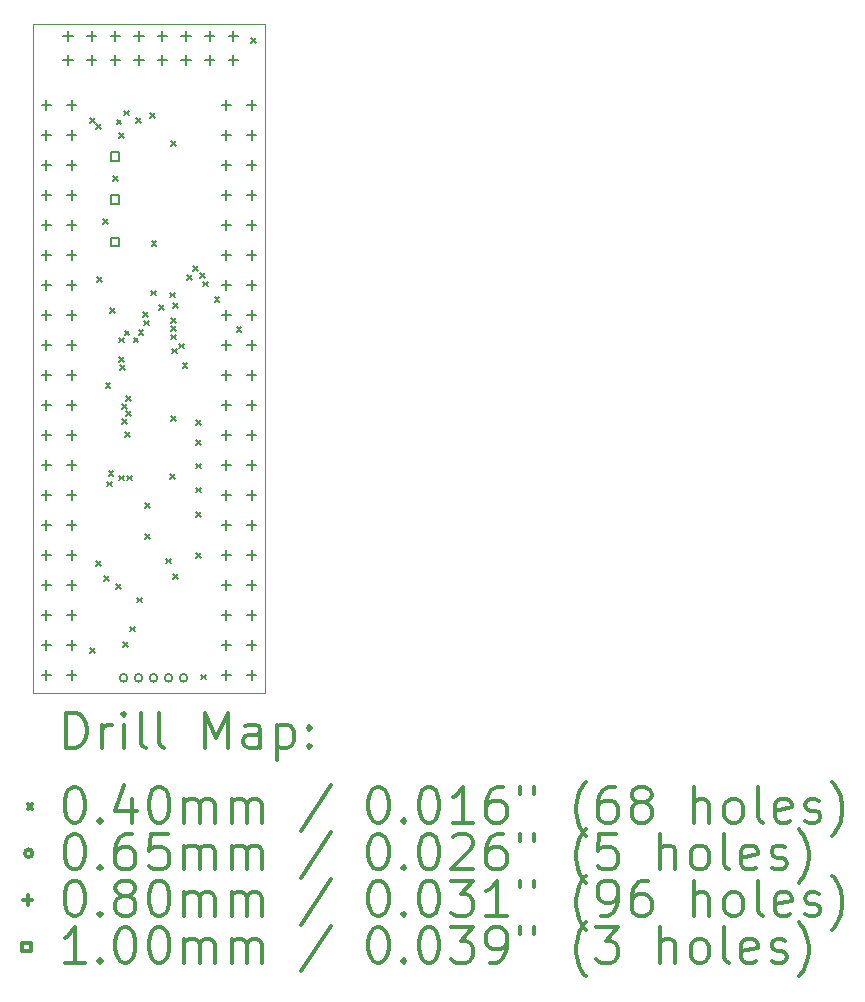
<source format=gbr>
%FSLAX45Y45*%
G04 Gerber Fmt 4.5, Leading zero omitted, Abs format (unit mm)*
G04 Created by KiCad (PCBNEW (5.1.9)-1) date 2021-06-10 15:01:48*
%MOMM*%
%LPD*%
G01*
G04 APERTURE LIST*
%TA.AperFunction,Profile*%
%ADD10C,0.050000*%
%TD*%
%ADD11C,0.200000*%
%ADD12C,0.300000*%
G04 APERTURE END LIST*
D10*
X9791700Y-4394200D02*
X9982200Y-4394200D01*
X9791700Y-10058400D02*
X9791700Y-4394200D01*
X11760200Y-4394200D02*
X9982200Y-4394200D01*
X11760200Y-10058400D02*
X11760200Y-4394200D01*
X11760200Y-10058400D02*
X9791700Y-10058400D01*
D11*
X10279700Y-5193350D02*
X10319700Y-5233350D01*
X10319700Y-5193350D02*
X10279700Y-5233350D01*
X10279700Y-9682800D02*
X10319700Y-9722800D01*
X10319700Y-9682800D02*
X10279700Y-9722800D01*
X10330500Y-5244150D02*
X10370500Y-5284150D01*
X10370500Y-5244150D02*
X10330500Y-5284150D01*
X10330500Y-8946200D02*
X10370500Y-8986200D01*
X10370500Y-8946200D02*
X10330500Y-8986200D01*
X10336850Y-6539550D02*
X10376850Y-6579550D01*
X10376850Y-6539550D02*
X10336850Y-6579550D01*
X10386380Y-6050600D02*
X10426380Y-6090600D01*
X10426380Y-6050600D02*
X10386380Y-6090600D01*
X10396204Y-9070996D02*
X10436204Y-9110996D01*
X10436204Y-9070996D02*
X10396204Y-9110996D01*
X10409875Y-7438075D02*
X10449875Y-7478075D01*
X10449875Y-7438075D02*
X10409875Y-7478075D01*
X10423210Y-8269290D02*
X10463210Y-8309290D01*
X10463210Y-8269290D02*
X10423210Y-8309290D01*
X10434640Y-8184200D02*
X10474640Y-8224200D01*
X10474640Y-8184200D02*
X10434640Y-8224200D01*
X10449880Y-6799900D02*
X10489880Y-6839900D01*
X10489880Y-6799900D02*
X10449880Y-6839900D01*
X10470200Y-5682300D02*
X10510200Y-5722300D01*
X10510200Y-5682300D02*
X10470200Y-5722300D01*
X10495600Y-9136700D02*
X10535600Y-9176700D01*
X10535600Y-9136700D02*
X10495600Y-9176700D01*
X10501950Y-5206050D02*
X10541950Y-5246050D01*
X10541950Y-5206050D02*
X10501950Y-5246050D01*
X10520950Y-5320400D02*
X10560950Y-5360400D01*
X10560950Y-5320400D02*
X10520950Y-5360400D01*
X10521000Y-7051360D02*
X10561000Y-7091360D01*
X10561000Y-7051360D02*
X10521000Y-7091360D01*
X10521000Y-8219760D02*
X10561000Y-8259760D01*
X10561000Y-8219760D02*
X10521000Y-8259760D01*
X10526080Y-7213920D02*
X10566080Y-7253920D01*
X10566080Y-7213920D02*
X10526080Y-7253920D01*
X10533700Y-7285040D02*
X10573700Y-7325040D01*
X10573700Y-7285040D02*
X10533700Y-7325040D01*
X10546400Y-7612700D02*
X10586400Y-7652700D01*
X10586400Y-7612700D02*
X10546400Y-7652700D01*
X10546400Y-7739700D02*
X10586400Y-7779700D01*
X10586400Y-7739700D02*
X10546400Y-7779700D01*
X10554020Y-9632000D02*
X10594020Y-9672000D01*
X10594020Y-9632000D02*
X10554020Y-9672000D01*
X10565450Y-5129850D02*
X10605450Y-5169850D01*
X10605450Y-5129850D02*
X10565450Y-5169850D01*
X10569260Y-6992940D02*
X10609260Y-7032940D01*
X10609260Y-6992940D02*
X10569260Y-7032940D01*
X10571800Y-7854000D02*
X10611800Y-7894000D01*
X10611800Y-7854000D02*
X10571800Y-7894000D01*
X10584500Y-7549200D02*
X10624500Y-7589200D01*
X10624500Y-7549200D02*
X10584500Y-7589200D01*
X10584500Y-7676200D02*
X10624500Y-7716200D01*
X10624500Y-7676200D02*
X10584500Y-7716200D01*
X10592120Y-8219760D02*
X10632120Y-8259760D01*
X10632120Y-8219760D02*
X10592120Y-8259760D01*
X10614980Y-9497380D02*
X10654980Y-9537380D01*
X10654980Y-9497380D02*
X10614980Y-9537380D01*
X10645460Y-7051360D02*
X10685460Y-7091360D01*
X10685460Y-7051360D02*
X10645460Y-7091360D01*
X10667050Y-5193350D02*
X10707050Y-5233350D01*
X10707050Y-5193350D02*
X10667050Y-5233350D01*
X10673820Y-9251420D02*
X10713820Y-9291420D01*
X10713820Y-9251420D02*
X10673820Y-9291420D01*
X10688640Y-6987860D02*
X10728640Y-7027860D01*
X10728640Y-6987860D02*
X10688640Y-7027860D01*
X10724200Y-6838000D02*
X10764200Y-6878000D01*
X10764200Y-6838000D02*
X10724200Y-6878000D01*
X10733620Y-6907320D02*
X10773620Y-6947320D01*
X10773620Y-6907320D02*
X10733620Y-6947320D01*
X10741980Y-8450900D02*
X10781980Y-8490900D01*
X10781980Y-8450900D02*
X10741980Y-8490900D01*
X10744520Y-8712520D02*
X10784520Y-8752520D01*
X10784520Y-8712520D02*
X10744520Y-8752520D01*
X10787700Y-5148900D02*
X10827700Y-5188900D01*
X10827700Y-5148900D02*
X10787700Y-5188900D01*
X10794050Y-6653850D02*
X10834050Y-6693850D01*
X10834050Y-6653850D02*
X10794050Y-6693850D01*
X10797860Y-6234750D02*
X10837860Y-6274750D01*
X10837860Y-6234750D02*
X10797860Y-6274750D01*
X10864451Y-6774500D02*
X10904451Y-6814500D01*
X10904451Y-6774500D02*
X10864451Y-6814500D01*
X10919780Y-8923340D02*
X10959780Y-8963340D01*
X10959780Y-8923340D02*
X10919780Y-8963340D01*
X10957880Y-6670360D02*
X10997880Y-6710360D01*
X10997880Y-6670360D02*
X10957880Y-6710360D01*
X10957880Y-8204520D02*
X10997880Y-8244520D01*
X10997880Y-8204520D02*
X10957880Y-8244520D01*
X10962960Y-6883720D02*
X11002960Y-6923720D01*
X11002960Y-6883720D02*
X10962960Y-6923720D01*
X10962960Y-6954840D02*
X11002960Y-6994840D01*
X11002960Y-6954840D02*
X10962960Y-6994840D01*
X10962960Y-7025960D02*
X11002960Y-7065960D01*
X11002960Y-7025960D02*
X10962960Y-7065960D01*
X10965500Y-5390200D02*
X11005500Y-5430200D01*
X11005500Y-5390200D02*
X10965500Y-5430200D01*
X10965500Y-7714300D02*
X11005500Y-7754300D01*
X11005500Y-7714300D02*
X10965500Y-7754300D01*
X10972349Y-7143571D02*
X11012349Y-7183571D01*
X11012349Y-7143571D02*
X10972349Y-7183571D01*
X10978200Y-9052880D02*
X11018200Y-9092880D01*
X11018200Y-9052880D02*
X10978200Y-9092880D01*
X10980740Y-6759260D02*
X11020740Y-6799260D01*
X11020740Y-6759260D02*
X10980740Y-6799260D01*
X11034080Y-7102160D02*
X11074080Y-7142160D01*
X11074080Y-7102160D02*
X11034080Y-7142160D01*
X11060750Y-7269800D02*
X11100750Y-7309800D01*
X11100750Y-7269800D02*
X11060750Y-7309800D01*
X11101390Y-6524310D02*
X11141390Y-6564310D01*
X11141390Y-6524310D02*
X11101390Y-6564310D01*
X11149650Y-6444300D02*
X11189650Y-6484300D01*
X11189650Y-6444300D02*
X11149650Y-6484300D01*
X11175050Y-7916230D02*
X11215050Y-7956230D01*
X11215050Y-7916230D02*
X11175050Y-7956230D01*
X11175050Y-8116890D02*
X11215050Y-8156890D01*
X11215050Y-8116890D02*
X11175050Y-8156890D01*
X11175050Y-8320090D02*
X11215050Y-8360090D01*
X11215050Y-8320090D02*
X11175050Y-8360090D01*
X11175050Y-8525830D02*
X11215050Y-8565830D01*
X11215050Y-8525830D02*
X11175050Y-8565830D01*
X11175050Y-8876350D02*
X11215050Y-8916350D01*
X11215050Y-8876350D02*
X11175050Y-8916350D01*
X11176320Y-7752400D02*
X11216320Y-7792400D01*
X11216320Y-7752400D02*
X11176320Y-7792400D01*
X11206800Y-6505260D02*
X11246800Y-6545260D01*
X11246800Y-6505260D02*
X11206800Y-6545260D01*
X11219500Y-9905050D02*
X11259500Y-9945050D01*
X11259500Y-9905050D02*
X11219500Y-9945050D01*
X11237280Y-6576380D02*
X11277280Y-6616380D01*
X11277280Y-6576380D02*
X11237280Y-6616380D01*
X11331260Y-6711000D02*
X11371260Y-6751000D01*
X11371260Y-6711000D02*
X11331260Y-6751000D01*
X11517950Y-6965000D02*
X11557950Y-7005000D01*
X11557950Y-6965000D02*
X11517950Y-7005000D01*
X11638600Y-4513900D02*
X11678600Y-4553900D01*
X11678600Y-4513900D02*
X11638600Y-4553900D01*
X10592550Y-9931400D02*
G75*
G03*
X10592550Y-9931400I-32500J0D01*
G01*
X10719550Y-9931400D02*
G75*
G03*
X10719550Y-9931400I-32500J0D01*
G01*
X10846550Y-9931400D02*
G75*
G03*
X10846550Y-9931400I-32500J0D01*
G01*
X10973550Y-9931400D02*
G75*
G03*
X10973550Y-9931400I-32500J0D01*
G01*
X11100550Y-9931400D02*
G75*
G03*
X11100550Y-9931400I-32500J0D01*
G01*
X9906000Y-5040000D02*
X9906000Y-5120000D01*
X9866000Y-5080000D02*
X9946000Y-5080000D01*
X9906000Y-5294000D02*
X9906000Y-5374000D01*
X9866000Y-5334000D02*
X9946000Y-5334000D01*
X9906000Y-5548000D02*
X9906000Y-5628000D01*
X9866000Y-5588000D02*
X9946000Y-5588000D01*
X9906000Y-5802000D02*
X9906000Y-5882000D01*
X9866000Y-5842000D02*
X9946000Y-5842000D01*
X9906000Y-6056000D02*
X9906000Y-6136000D01*
X9866000Y-6096000D02*
X9946000Y-6096000D01*
X9906000Y-6310000D02*
X9906000Y-6390000D01*
X9866000Y-6350000D02*
X9946000Y-6350000D01*
X9906000Y-6564000D02*
X9906000Y-6644000D01*
X9866000Y-6604000D02*
X9946000Y-6604000D01*
X9906000Y-6818000D02*
X9906000Y-6898000D01*
X9866000Y-6858000D02*
X9946000Y-6858000D01*
X9906000Y-7072000D02*
X9906000Y-7152000D01*
X9866000Y-7112000D02*
X9946000Y-7112000D01*
X9906000Y-7326000D02*
X9906000Y-7406000D01*
X9866000Y-7366000D02*
X9946000Y-7366000D01*
X9906000Y-7580000D02*
X9906000Y-7660000D01*
X9866000Y-7620000D02*
X9946000Y-7620000D01*
X9906000Y-7834000D02*
X9906000Y-7914000D01*
X9866000Y-7874000D02*
X9946000Y-7874000D01*
X9906000Y-8088000D02*
X9906000Y-8168000D01*
X9866000Y-8128000D02*
X9946000Y-8128000D01*
X9906000Y-8342000D02*
X9906000Y-8422000D01*
X9866000Y-8382000D02*
X9946000Y-8382000D01*
X9906000Y-8596000D02*
X9906000Y-8676000D01*
X9866000Y-8636000D02*
X9946000Y-8636000D01*
X9906000Y-8850000D02*
X9906000Y-8930000D01*
X9866000Y-8890000D02*
X9946000Y-8890000D01*
X9906000Y-9104000D02*
X9906000Y-9184000D01*
X9866000Y-9144000D02*
X9946000Y-9144000D01*
X9906000Y-9358000D02*
X9906000Y-9438000D01*
X9866000Y-9398000D02*
X9946000Y-9398000D01*
X9906000Y-9612000D02*
X9906000Y-9692000D01*
X9866000Y-9652000D02*
X9946000Y-9652000D01*
X9906000Y-9866000D02*
X9906000Y-9946000D01*
X9866000Y-9906000D02*
X9946000Y-9906000D01*
X10090150Y-4459000D02*
X10090150Y-4539000D01*
X10050150Y-4499000D02*
X10130150Y-4499000D01*
X10090150Y-4659000D02*
X10090150Y-4739000D01*
X10050150Y-4699000D02*
X10130150Y-4699000D01*
X10121900Y-5040000D02*
X10121900Y-5120000D01*
X10081900Y-5080000D02*
X10161900Y-5080000D01*
X10121900Y-5294000D02*
X10121900Y-5374000D01*
X10081900Y-5334000D02*
X10161900Y-5334000D01*
X10121900Y-5548000D02*
X10121900Y-5628000D01*
X10081900Y-5588000D02*
X10161900Y-5588000D01*
X10121900Y-5802000D02*
X10121900Y-5882000D01*
X10081900Y-5842000D02*
X10161900Y-5842000D01*
X10121900Y-6056000D02*
X10121900Y-6136000D01*
X10081900Y-6096000D02*
X10161900Y-6096000D01*
X10121900Y-6310000D02*
X10121900Y-6390000D01*
X10081900Y-6350000D02*
X10161900Y-6350000D01*
X10121900Y-6564000D02*
X10121900Y-6644000D01*
X10081900Y-6604000D02*
X10161900Y-6604000D01*
X10121900Y-6818000D02*
X10121900Y-6898000D01*
X10081900Y-6858000D02*
X10161900Y-6858000D01*
X10121900Y-7072000D02*
X10121900Y-7152000D01*
X10081900Y-7112000D02*
X10161900Y-7112000D01*
X10121900Y-7326000D02*
X10121900Y-7406000D01*
X10081900Y-7366000D02*
X10161900Y-7366000D01*
X10121900Y-7580000D02*
X10121900Y-7660000D01*
X10081900Y-7620000D02*
X10161900Y-7620000D01*
X10121900Y-7834000D02*
X10121900Y-7914000D01*
X10081900Y-7874000D02*
X10161900Y-7874000D01*
X10121900Y-8088000D02*
X10121900Y-8168000D01*
X10081900Y-8128000D02*
X10161900Y-8128000D01*
X10121900Y-8342000D02*
X10121900Y-8422000D01*
X10081900Y-8382000D02*
X10161900Y-8382000D01*
X10121900Y-8596000D02*
X10121900Y-8676000D01*
X10081900Y-8636000D02*
X10161900Y-8636000D01*
X10121900Y-8850000D02*
X10121900Y-8930000D01*
X10081900Y-8890000D02*
X10161900Y-8890000D01*
X10121900Y-9104000D02*
X10121900Y-9184000D01*
X10081900Y-9144000D02*
X10161900Y-9144000D01*
X10121900Y-9358000D02*
X10121900Y-9438000D01*
X10081900Y-9398000D02*
X10161900Y-9398000D01*
X10121900Y-9612000D02*
X10121900Y-9692000D01*
X10081900Y-9652000D02*
X10161900Y-9652000D01*
X10121900Y-9866000D02*
X10121900Y-9946000D01*
X10081900Y-9906000D02*
X10161900Y-9906000D01*
X10290150Y-4459000D02*
X10290150Y-4539000D01*
X10250150Y-4499000D02*
X10330150Y-4499000D01*
X10290150Y-4659000D02*
X10290150Y-4739000D01*
X10250150Y-4699000D02*
X10330150Y-4699000D01*
X10490150Y-4459000D02*
X10490150Y-4539000D01*
X10450150Y-4499000D02*
X10530150Y-4499000D01*
X10490150Y-4659000D02*
X10490150Y-4739000D01*
X10450150Y-4699000D02*
X10530150Y-4699000D01*
X10690150Y-4459000D02*
X10690150Y-4539000D01*
X10650150Y-4499000D02*
X10730150Y-4499000D01*
X10690150Y-4659000D02*
X10690150Y-4739000D01*
X10650150Y-4699000D02*
X10730150Y-4699000D01*
X10890150Y-4459000D02*
X10890150Y-4539000D01*
X10850150Y-4499000D02*
X10930150Y-4499000D01*
X10890150Y-4659000D02*
X10890150Y-4739000D01*
X10850150Y-4699000D02*
X10930150Y-4699000D01*
X11090150Y-4459000D02*
X11090150Y-4539000D01*
X11050150Y-4499000D02*
X11130150Y-4499000D01*
X11090150Y-4659000D02*
X11090150Y-4739000D01*
X11050150Y-4699000D02*
X11130150Y-4699000D01*
X11290150Y-4459000D02*
X11290150Y-4539000D01*
X11250150Y-4499000D02*
X11330150Y-4499000D01*
X11290150Y-4659000D02*
X11290150Y-4739000D01*
X11250150Y-4699000D02*
X11330150Y-4699000D01*
X11430000Y-5040000D02*
X11430000Y-5120000D01*
X11390000Y-5080000D02*
X11470000Y-5080000D01*
X11430000Y-5294000D02*
X11430000Y-5374000D01*
X11390000Y-5334000D02*
X11470000Y-5334000D01*
X11430000Y-5548000D02*
X11430000Y-5628000D01*
X11390000Y-5588000D02*
X11470000Y-5588000D01*
X11430000Y-5802000D02*
X11430000Y-5882000D01*
X11390000Y-5842000D02*
X11470000Y-5842000D01*
X11430000Y-6056000D02*
X11430000Y-6136000D01*
X11390000Y-6096000D02*
X11470000Y-6096000D01*
X11430000Y-6310000D02*
X11430000Y-6390000D01*
X11390000Y-6350000D02*
X11470000Y-6350000D01*
X11430000Y-6564000D02*
X11430000Y-6644000D01*
X11390000Y-6604000D02*
X11470000Y-6604000D01*
X11430000Y-6818000D02*
X11430000Y-6898000D01*
X11390000Y-6858000D02*
X11470000Y-6858000D01*
X11430000Y-7072000D02*
X11430000Y-7152000D01*
X11390000Y-7112000D02*
X11470000Y-7112000D01*
X11430000Y-7326000D02*
X11430000Y-7406000D01*
X11390000Y-7366000D02*
X11470000Y-7366000D01*
X11430000Y-7580000D02*
X11430000Y-7660000D01*
X11390000Y-7620000D02*
X11470000Y-7620000D01*
X11430000Y-7834000D02*
X11430000Y-7914000D01*
X11390000Y-7874000D02*
X11470000Y-7874000D01*
X11430000Y-8088000D02*
X11430000Y-8168000D01*
X11390000Y-8128000D02*
X11470000Y-8128000D01*
X11430000Y-8342000D02*
X11430000Y-8422000D01*
X11390000Y-8382000D02*
X11470000Y-8382000D01*
X11430000Y-8596000D02*
X11430000Y-8676000D01*
X11390000Y-8636000D02*
X11470000Y-8636000D01*
X11430000Y-8850000D02*
X11430000Y-8930000D01*
X11390000Y-8890000D02*
X11470000Y-8890000D01*
X11430000Y-9104000D02*
X11430000Y-9184000D01*
X11390000Y-9144000D02*
X11470000Y-9144000D01*
X11430000Y-9358000D02*
X11430000Y-9438000D01*
X11390000Y-9398000D02*
X11470000Y-9398000D01*
X11430000Y-9612000D02*
X11430000Y-9692000D01*
X11390000Y-9652000D02*
X11470000Y-9652000D01*
X11430000Y-9866000D02*
X11430000Y-9946000D01*
X11390000Y-9906000D02*
X11470000Y-9906000D01*
X11490150Y-4459000D02*
X11490150Y-4539000D01*
X11450150Y-4499000D02*
X11530150Y-4499000D01*
X11490150Y-4659000D02*
X11490150Y-4739000D01*
X11450150Y-4699000D02*
X11530150Y-4699000D01*
X11645900Y-5040000D02*
X11645900Y-5120000D01*
X11605900Y-5080000D02*
X11685900Y-5080000D01*
X11645900Y-5294000D02*
X11645900Y-5374000D01*
X11605900Y-5334000D02*
X11685900Y-5334000D01*
X11645900Y-5548000D02*
X11645900Y-5628000D01*
X11605900Y-5588000D02*
X11685900Y-5588000D01*
X11645900Y-5802000D02*
X11645900Y-5882000D01*
X11605900Y-5842000D02*
X11685900Y-5842000D01*
X11645900Y-6056000D02*
X11645900Y-6136000D01*
X11605900Y-6096000D02*
X11685900Y-6096000D01*
X11645900Y-6310000D02*
X11645900Y-6390000D01*
X11605900Y-6350000D02*
X11685900Y-6350000D01*
X11645900Y-6564000D02*
X11645900Y-6644000D01*
X11605900Y-6604000D02*
X11685900Y-6604000D01*
X11645900Y-6818000D02*
X11645900Y-6898000D01*
X11605900Y-6858000D02*
X11685900Y-6858000D01*
X11645900Y-7072000D02*
X11645900Y-7152000D01*
X11605900Y-7112000D02*
X11685900Y-7112000D01*
X11645900Y-7326000D02*
X11645900Y-7406000D01*
X11605900Y-7366000D02*
X11685900Y-7366000D01*
X11645900Y-7580000D02*
X11645900Y-7660000D01*
X11605900Y-7620000D02*
X11685900Y-7620000D01*
X11645900Y-7834000D02*
X11645900Y-7914000D01*
X11605900Y-7874000D02*
X11685900Y-7874000D01*
X11645900Y-8088000D02*
X11645900Y-8168000D01*
X11605900Y-8128000D02*
X11685900Y-8128000D01*
X11645900Y-8342000D02*
X11645900Y-8422000D01*
X11605900Y-8382000D02*
X11685900Y-8382000D01*
X11645900Y-8596000D02*
X11645900Y-8676000D01*
X11605900Y-8636000D02*
X11685900Y-8636000D01*
X11645900Y-8850000D02*
X11645900Y-8930000D01*
X11605900Y-8890000D02*
X11685900Y-8890000D01*
X11645900Y-9104000D02*
X11645900Y-9184000D01*
X11605900Y-9144000D02*
X11685900Y-9144000D01*
X11645900Y-9358000D02*
X11645900Y-9438000D01*
X11605900Y-9398000D02*
X11685900Y-9398000D01*
X11645900Y-9612000D02*
X11645900Y-9692000D01*
X11605900Y-9652000D02*
X11685900Y-9652000D01*
X11645900Y-9866000D02*
X11645900Y-9946000D01*
X11605900Y-9906000D02*
X11685900Y-9906000D01*
X10525556Y-5553506D02*
X10525556Y-5482794D01*
X10454844Y-5482794D01*
X10454844Y-5553506D01*
X10525556Y-5553506D01*
X10525556Y-5915456D02*
X10525556Y-5844744D01*
X10454844Y-5844744D01*
X10454844Y-5915456D01*
X10525556Y-5915456D01*
X10525556Y-6277406D02*
X10525556Y-6206694D01*
X10454844Y-6206694D01*
X10454844Y-6277406D01*
X10525556Y-6277406D01*
D12*
X10075628Y-10526614D02*
X10075628Y-10226614D01*
X10147057Y-10226614D01*
X10189914Y-10240900D01*
X10218486Y-10269472D01*
X10232771Y-10298043D01*
X10247057Y-10355186D01*
X10247057Y-10398043D01*
X10232771Y-10455186D01*
X10218486Y-10483757D01*
X10189914Y-10512329D01*
X10147057Y-10526614D01*
X10075628Y-10526614D01*
X10375628Y-10526614D02*
X10375628Y-10326614D01*
X10375628Y-10383757D02*
X10389914Y-10355186D01*
X10404200Y-10340900D01*
X10432771Y-10326614D01*
X10461343Y-10326614D01*
X10561343Y-10526614D02*
X10561343Y-10326614D01*
X10561343Y-10226614D02*
X10547057Y-10240900D01*
X10561343Y-10255186D01*
X10575628Y-10240900D01*
X10561343Y-10226614D01*
X10561343Y-10255186D01*
X10747057Y-10526614D02*
X10718486Y-10512329D01*
X10704200Y-10483757D01*
X10704200Y-10226614D01*
X10904200Y-10526614D02*
X10875628Y-10512329D01*
X10861343Y-10483757D01*
X10861343Y-10226614D01*
X11247057Y-10526614D02*
X11247057Y-10226614D01*
X11347057Y-10440900D01*
X11447057Y-10226614D01*
X11447057Y-10526614D01*
X11718486Y-10526614D02*
X11718486Y-10369472D01*
X11704200Y-10340900D01*
X11675628Y-10326614D01*
X11618486Y-10326614D01*
X11589914Y-10340900D01*
X11718486Y-10512329D02*
X11689914Y-10526614D01*
X11618486Y-10526614D01*
X11589914Y-10512329D01*
X11575628Y-10483757D01*
X11575628Y-10455186D01*
X11589914Y-10426614D01*
X11618486Y-10412329D01*
X11689914Y-10412329D01*
X11718486Y-10398043D01*
X11861343Y-10326614D02*
X11861343Y-10626614D01*
X11861343Y-10340900D02*
X11889914Y-10326614D01*
X11947057Y-10326614D01*
X11975628Y-10340900D01*
X11989914Y-10355186D01*
X12004200Y-10383757D01*
X12004200Y-10469472D01*
X11989914Y-10498043D01*
X11975628Y-10512329D01*
X11947057Y-10526614D01*
X11889914Y-10526614D01*
X11861343Y-10512329D01*
X12132771Y-10498043D02*
X12147057Y-10512329D01*
X12132771Y-10526614D01*
X12118486Y-10512329D01*
X12132771Y-10498043D01*
X12132771Y-10526614D01*
X12132771Y-10340900D02*
X12147057Y-10355186D01*
X12132771Y-10369472D01*
X12118486Y-10355186D01*
X12132771Y-10340900D01*
X12132771Y-10369472D01*
X9749200Y-11000900D02*
X9789200Y-11040900D01*
X9789200Y-11000900D02*
X9749200Y-11040900D01*
X10132771Y-10856614D02*
X10161343Y-10856614D01*
X10189914Y-10870900D01*
X10204200Y-10885186D01*
X10218486Y-10913757D01*
X10232771Y-10970900D01*
X10232771Y-11042329D01*
X10218486Y-11099472D01*
X10204200Y-11128043D01*
X10189914Y-11142329D01*
X10161343Y-11156614D01*
X10132771Y-11156614D01*
X10104200Y-11142329D01*
X10089914Y-11128043D01*
X10075628Y-11099472D01*
X10061343Y-11042329D01*
X10061343Y-10970900D01*
X10075628Y-10913757D01*
X10089914Y-10885186D01*
X10104200Y-10870900D01*
X10132771Y-10856614D01*
X10361343Y-11128043D02*
X10375628Y-11142329D01*
X10361343Y-11156614D01*
X10347057Y-11142329D01*
X10361343Y-11128043D01*
X10361343Y-11156614D01*
X10632771Y-10956614D02*
X10632771Y-11156614D01*
X10561343Y-10842329D02*
X10489914Y-11056614D01*
X10675628Y-11056614D01*
X10847057Y-10856614D02*
X10875628Y-10856614D01*
X10904200Y-10870900D01*
X10918486Y-10885186D01*
X10932771Y-10913757D01*
X10947057Y-10970900D01*
X10947057Y-11042329D01*
X10932771Y-11099472D01*
X10918486Y-11128043D01*
X10904200Y-11142329D01*
X10875628Y-11156614D01*
X10847057Y-11156614D01*
X10818486Y-11142329D01*
X10804200Y-11128043D01*
X10789914Y-11099472D01*
X10775628Y-11042329D01*
X10775628Y-10970900D01*
X10789914Y-10913757D01*
X10804200Y-10885186D01*
X10818486Y-10870900D01*
X10847057Y-10856614D01*
X11075628Y-11156614D02*
X11075628Y-10956614D01*
X11075628Y-10985186D02*
X11089914Y-10970900D01*
X11118486Y-10956614D01*
X11161343Y-10956614D01*
X11189914Y-10970900D01*
X11204200Y-10999472D01*
X11204200Y-11156614D01*
X11204200Y-10999472D02*
X11218486Y-10970900D01*
X11247057Y-10956614D01*
X11289914Y-10956614D01*
X11318486Y-10970900D01*
X11332771Y-10999472D01*
X11332771Y-11156614D01*
X11475628Y-11156614D02*
X11475628Y-10956614D01*
X11475628Y-10985186D02*
X11489914Y-10970900D01*
X11518486Y-10956614D01*
X11561343Y-10956614D01*
X11589914Y-10970900D01*
X11604200Y-10999472D01*
X11604200Y-11156614D01*
X11604200Y-10999472D02*
X11618486Y-10970900D01*
X11647057Y-10956614D01*
X11689914Y-10956614D01*
X11718486Y-10970900D01*
X11732771Y-10999472D01*
X11732771Y-11156614D01*
X12318486Y-10842329D02*
X12061343Y-11228043D01*
X12704200Y-10856614D02*
X12732771Y-10856614D01*
X12761343Y-10870900D01*
X12775628Y-10885186D01*
X12789914Y-10913757D01*
X12804200Y-10970900D01*
X12804200Y-11042329D01*
X12789914Y-11099472D01*
X12775628Y-11128043D01*
X12761343Y-11142329D01*
X12732771Y-11156614D01*
X12704200Y-11156614D01*
X12675628Y-11142329D01*
X12661343Y-11128043D01*
X12647057Y-11099472D01*
X12632771Y-11042329D01*
X12632771Y-10970900D01*
X12647057Y-10913757D01*
X12661343Y-10885186D01*
X12675628Y-10870900D01*
X12704200Y-10856614D01*
X12932771Y-11128043D02*
X12947057Y-11142329D01*
X12932771Y-11156614D01*
X12918486Y-11142329D01*
X12932771Y-11128043D01*
X12932771Y-11156614D01*
X13132771Y-10856614D02*
X13161343Y-10856614D01*
X13189914Y-10870900D01*
X13204200Y-10885186D01*
X13218486Y-10913757D01*
X13232771Y-10970900D01*
X13232771Y-11042329D01*
X13218486Y-11099472D01*
X13204200Y-11128043D01*
X13189914Y-11142329D01*
X13161343Y-11156614D01*
X13132771Y-11156614D01*
X13104200Y-11142329D01*
X13089914Y-11128043D01*
X13075628Y-11099472D01*
X13061343Y-11042329D01*
X13061343Y-10970900D01*
X13075628Y-10913757D01*
X13089914Y-10885186D01*
X13104200Y-10870900D01*
X13132771Y-10856614D01*
X13518486Y-11156614D02*
X13347057Y-11156614D01*
X13432771Y-11156614D02*
X13432771Y-10856614D01*
X13404200Y-10899472D01*
X13375628Y-10928043D01*
X13347057Y-10942329D01*
X13775628Y-10856614D02*
X13718486Y-10856614D01*
X13689914Y-10870900D01*
X13675628Y-10885186D01*
X13647057Y-10928043D01*
X13632771Y-10985186D01*
X13632771Y-11099472D01*
X13647057Y-11128043D01*
X13661343Y-11142329D01*
X13689914Y-11156614D01*
X13747057Y-11156614D01*
X13775628Y-11142329D01*
X13789914Y-11128043D01*
X13804200Y-11099472D01*
X13804200Y-11028043D01*
X13789914Y-10999472D01*
X13775628Y-10985186D01*
X13747057Y-10970900D01*
X13689914Y-10970900D01*
X13661343Y-10985186D01*
X13647057Y-10999472D01*
X13632771Y-11028043D01*
X13918486Y-10856614D02*
X13918486Y-10913757D01*
X14032771Y-10856614D02*
X14032771Y-10913757D01*
X14475628Y-11270900D02*
X14461343Y-11256614D01*
X14432771Y-11213757D01*
X14418486Y-11185186D01*
X14404200Y-11142329D01*
X14389914Y-11070900D01*
X14389914Y-11013757D01*
X14404200Y-10942329D01*
X14418486Y-10899472D01*
X14432771Y-10870900D01*
X14461343Y-10828043D01*
X14475628Y-10813757D01*
X14718486Y-10856614D02*
X14661343Y-10856614D01*
X14632771Y-10870900D01*
X14618486Y-10885186D01*
X14589914Y-10928043D01*
X14575628Y-10985186D01*
X14575628Y-11099472D01*
X14589914Y-11128043D01*
X14604200Y-11142329D01*
X14632771Y-11156614D01*
X14689914Y-11156614D01*
X14718486Y-11142329D01*
X14732771Y-11128043D01*
X14747057Y-11099472D01*
X14747057Y-11028043D01*
X14732771Y-10999472D01*
X14718486Y-10985186D01*
X14689914Y-10970900D01*
X14632771Y-10970900D01*
X14604200Y-10985186D01*
X14589914Y-10999472D01*
X14575628Y-11028043D01*
X14918486Y-10985186D02*
X14889914Y-10970900D01*
X14875628Y-10956614D01*
X14861343Y-10928043D01*
X14861343Y-10913757D01*
X14875628Y-10885186D01*
X14889914Y-10870900D01*
X14918486Y-10856614D01*
X14975628Y-10856614D01*
X15004200Y-10870900D01*
X15018486Y-10885186D01*
X15032771Y-10913757D01*
X15032771Y-10928043D01*
X15018486Y-10956614D01*
X15004200Y-10970900D01*
X14975628Y-10985186D01*
X14918486Y-10985186D01*
X14889914Y-10999472D01*
X14875628Y-11013757D01*
X14861343Y-11042329D01*
X14861343Y-11099472D01*
X14875628Y-11128043D01*
X14889914Y-11142329D01*
X14918486Y-11156614D01*
X14975628Y-11156614D01*
X15004200Y-11142329D01*
X15018486Y-11128043D01*
X15032771Y-11099472D01*
X15032771Y-11042329D01*
X15018486Y-11013757D01*
X15004200Y-10999472D01*
X14975628Y-10985186D01*
X15389914Y-11156614D02*
X15389914Y-10856614D01*
X15518486Y-11156614D02*
X15518486Y-10999472D01*
X15504200Y-10970900D01*
X15475628Y-10956614D01*
X15432771Y-10956614D01*
X15404200Y-10970900D01*
X15389914Y-10985186D01*
X15704200Y-11156614D02*
X15675628Y-11142329D01*
X15661343Y-11128043D01*
X15647057Y-11099472D01*
X15647057Y-11013757D01*
X15661343Y-10985186D01*
X15675628Y-10970900D01*
X15704200Y-10956614D01*
X15747057Y-10956614D01*
X15775628Y-10970900D01*
X15789914Y-10985186D01*
X15804200Y-11013757D01*
X15804200Y-11099472D01*
X15789914Y-11128043D01*
X15775628Y-11142329D01*
X15747057Y-11156614D01*
X15704200Y-11156614D01*
X15975628Y-11156614D02*
X15947057Y-11142329D01*
X15932771Y-11113757D01*
X15932771Y-10856614D01*
X16204200Y-11142329D02*
X16175628Y-11156614D01*
X16118486Y-11156614D01*
X16089914Y-11142329D01*
X16075628Y-11113757D01*
X16075628Y-10999472D01*
X16089914Y-10970900D01*
X16118486Y-10956614D01*
X16175628Y-10956614D01*
X16204200Y-10970900D01*
X16218486Y-10999472D01*
X16218486Y-11028043D01*
X16075628Y-11056614D01*
X16332771Y-11142329D02*
X16361343Y-11156614D01*
X16418486Y-11156614D01*
X16447057Y-11142329D01*
X16461343Y-11113757D01*
X16461343Y-11099472D01*
X16447057Y-11070900D01*
X16418486Y-11056614D01*
X16375628Y-11056614D01*
X16347057Y-11042329D01*
X16332771Y-11013757D01*
X16332771Y-10999472D01*
X16347057Y-10970900D01*
X16375628Y-10956614D01*
X16418486Y-10956614D01*
X16447057Y-10970900D01*
X16561343Y-11270900D02*
X16575628Y-11256614D01*
X16604200Y-11213757D01*
X16618486Y-11185186D01*
X16632771Y-11142329D01*
X16647057Y-11070900D01*
X16647057Y-11013757D01*
X16632771Y-10942329D01*
X16618486Y-10899472D01*
X16604200Y-10870900D01*
X16575628Y-10828043D01*
X16561343Y-10813757D01*
X9789200Y-11416900D02*
G75*
G03*
X9789200Y-11416900I-32500J0D01*
G01*
X10132771Y-11252614D02*
X10161343Y-11252614D01*
X10189914Y-11266900D01*
X10204200Y-11281186D01*
X10218486Y-11309757D01*
X10232771Y-11366900D01*
X10232771Y-11438329D01*
X10218486Y-11495471D01*
X10204200Y-11524043D01*
X10189914Y-11538329D01*
X10161343Y-11552614D01*
X10132771Y-11552614D01*
X10104200Y-11538329D01*
X10089914Y-11524043D01*
X10075628Y-11495471D01*
X10061343Y-11438329D01*
X10061343Y-11366900D01*
X10075628Y-11309757D01*
X10089914Y-11281186D01*
X10104200Y-11266900D01*
X10132771Y-11252614D01*
X10361343Y-11524043D02*
X10375628Y-11538329D01*
X10361343Y-11552614D01*
X10347057Y-11538329D01*
X10361343Y-11524043D01*
X10361343Y-11552614D01*
X10632771Y-11252614D02*
X10575628Y-11252614D01*
X10547057Y-11266900D01*
X10532771Y-11281186D01*
X10504200Y-11324043D01*
X10489914Y-11381186D01*
X10489914Y-11495471D01*
X10504200Y-11524043D01*
X10518486Y-11538329D01*
X10547057Y-11552614D01*
X10604200Y-11552614D01*
X10632771Y-11538329D01*
X10647057Y-11524043D01*
X10661343Y-11495471D01*
X10661343Y-11424043D01*
X10647057Y-11395471D01*
X10632771Y-11381186D01*
X10604200Y-11366900D01*
X10547057Y-11366900D01*
X10518486Y-11381186D01*
X10504200Y-11395471D01*
X10489914Y-11424043D01*
X10932771Y-11252614D02*
X10789914Y-11252614D01*
X10775628Y-11395471D01*
X10789914Y-11381186D01*
X10818486Y-11366900D01*
X10889914Y-11366900D01*
X10918486Y-11381186D01*
X10932771Y-11395471D01*
X10947057Y-11424043D01*
X10947057Y-11495471D01*
X10932771Y-11524043D01*
X10918486Y-11538329D01*
X10889914Y-11552614D01*
X10818486Y-11552614D01*
X10789914Y-11538329D01*
X10775628Y-11524043D01*
X11075628Y-11552614D02*
X11075628Y-11352614D01*
X11075628Y-11381186D02*
X11089914Y-11366900D01*
X11118486Y-11352614D01*
X11161343Y-11352614D01*
X11189914Y-11366900D01*
X11204200Y-11395471D01*
X11204200Y-11552614D01*
X11204200Y-11395471D02*
X11218486Y-11366900D01*
X11247057Y-11352614D01*
X11289914Y-11352614D01*
X11318486Y-11366900D01*
X11332771Y-11395471D01*
X11332771Y-11552614D01*
X11475628Y-11552614D02*
X11475628Y-11352614D01*
X11475628Y-11381186D02*
X11489914Y-11366900D01*
X11518486Y-11352614D01*
X11561343Y-11352614D01*
X11589914Y-11366900D01*
X11604200Y-11395471D01*
X11604200Y-11552614D01*
X11604200Y-11395471D02*
X11618486Y-11366900D01*
X11647057Y-11352614D01*
X11689914Y-11352614D01*
X11718486Y-11366900D01*
X11732771Y-11395471D01*
X11732771Y-11552614D01*
X12318486Y-11238329D02*
X12061343Y-11624043D01*
X12704200Y-11252614D02*
X12732771Y-11252614D01*
X12761343Y-11266900D01*
X12775628Y-11281186D01*
X12789914Y-11309757D01*
X12804200Y-11366900D01*
X12804200Y-11438329D01*
X12789914Y-11495471D01*
X12775628Y-11524043D01*
X12761343Y-11538329D01*
X12732771Y-11552614D01*
X12704200Y-11552614D01*
X12675628Y-11538329D01*
X12661343Y-11524043D01*
X12647057Y-11495471D01*
X12632771Y-11438329D01*
X12632771Y-11366900D01*
X12647057Y-11309757D01*
X12661343Y-11281186D01*
X12675628Y-11266900D01*
X12704200Y-11252614D01*
X12932771Y-11524043D02*
X12947057Y-11538329D01*
X12932771Y-11552614D01*
X12918486Y-11538329D01*
X12932771Y-11524043D01*
X12932771Y-11552614D01*
X13132771Y-11252614D02*
X13161343Y-11252614D01*
X13189914Y-11266900D01*
X13204200Y-11281186D01*
X13218486Y-11309757D01*
X13232771Y-11366900D01*
X13232771Y-11438329D01*
X13218486Y-11495471D01*
X13204200Y-11524043D01*
X13189914Y-11538329D01*
X13161343Y-11552614D01*
X13132771Y-11552614D01*
X13104200Y-11538329D01*
X13089914Y-11524043D01*
X13075628Y-11495471D01*
X13061343Y-11438329D01*
X13061343Y-11366900D01*
X13075628Y-11309757D01*
X13089914Y-11281186D01*
X13104200Y-11266900D01*
X13132771Y-11252614D01*
X13347057Y-11281186D02*
X13361343Y-11266900D01*
X13389914Y-11252614D01*
X13461343Y-11252614D01*
X13489914Y-11266900D01*
X13504200Y-11281186D01*
X13518486Y-11309757D01*
X13518486Y-11338329D01*
X13504200Y-11381186D01*
X13332771Y-11552614D01*
X13518486Y-11552614D01*
X13775628Y-11252614D02*
X13718486Y-11252614D01*
X13689914Y-11266900D01*
X13675628Y-11281186D01*
X13647057Y-11324043D01*
X13632771Y-11381186D01*
X13632771Y-11495471D01*
X13647057Y-11524043D01*
X13661343Y-11538329D01*
X13689914Y-11552614D01*
X13747057Y-11552614D01*
X13775628Y-11538329D01*
X13789914Y-11524043D01*
X13804200Y-11495471D01*
X13804200Y-11424043D01*
X13789914Y-11395471D01*
X13775628Y-11381186D01*
X13747057Y-11366900D01*
X13689914Y-11366900D01*
X13661343Y-11381186D01*
X13647057Y-11395471D01*
X13632771Y-11424043D01*
X13918486Y-11252614D02*
X13918486Y-11309757D01*
X14032771Y-11252614D02*
X14032771Y-11309757D01*
X14475628Y-11666900D02*
X14461343Y-11652614D01*
X14432771Y-11609757D01*
X14418486Y-11581186D01*
X14404200Y-11538329D01*
X14389914Y-11466900D01*
X14389914Y-11409757D01*
X14404200Y-11338329D01*
X14418486Y-11295471D01*
X14432771Y-11266900D01*
X14461343Y-11224043D01*
X14475628Y-11209757D01*
X14732771Y-11252614D02*
X14589914Y-11252614D01*
X14575628Y-11395471D01*
X14589914Y-11381186D01*
X14618486Y-11366900D01*
X14689914Y-11366900D01*
X14718486Y-11381186D01*
X14732771Y-11395471D01*
X14747057Y-11424043D01*
X14747057Y-11495471D01*
X14732771Y-11524043D01*
X14718486Y-11538329D01*
X14689914Y-11552614D01*
X14618486Y-11552614D01*
X14589914Y-11538329D01*
X14575628Y-11524043D01*
X15104200Y-11552614D02*
X15104200Y-11252614D01*
X15232771Y-11552614D02*
X15232771Y-11395471D01*
X15218486Y-11366900D01*
X15189914Y-11352614D01*
X15147057Y-11352614D01*
X15118486Y-11366900D01*
X15104200Y-11381186D01*
X15418486Y-11552614D02*
X15389914Y-11538329D01*
X15375628Y-11524043D01*
X15361343Y-11495471D01*
X15361343Y-11409757D01*
X15375628Y-11381186D01*
X15389914Y-11366900D01*
X15418486Y-11352614D01*
X15461343Y-11352614D01*
X15489914Y-11366900D01*
X15504200Y-11381186D01*
X15518486Y-11409757D01*
X15518486Y-11495471D01*
X15504200Y-11524043D01*
X15489914Y-11538329D01*
X15461343Y-11552614D01*
X15418486Y-11552614D01*
X15689914Y-11552614D02*
X15661343Y-11538329D01*
X15647057Y-11509757D01*
X15647057Y-11252614D01*
X15918486Y-11538329D02*
X15889914Y-11552614D01*
X15832771Y-11552614D01*
X15804200Y-11538329D01*
X15789914Y-11509757D01*
X15789914Y-11395471D01*
X15804200Y-11366900D01*
X15832771Y-11352614D01*
X15889914Y-11352614D01*
X15918486Y-11366900D01*
X15932771Y-11395471D01*
X15932771Y-11424043D01*
X15789914Y-11452614D01*
X16047057Y-11538329D02*
X16075628Y-11552614D01*
X16132771Y-11552614D01*
X16161343Y-11538329D01*
X16175628Y-11509757D01*
X16175628Y-11495471D01*
X16161343Y-11466900D01*
X16132771Y-11452614D01*
X16089914Y-11452614D01*
X16061343Y-11438329D01*
X16047057Y-11409757D01*
X16047057Y-11395471D01*
X16061343Y-11366900D01*
X16089914Y-11352614D01*
X16132771Y-11352614D01*
X16161343Y-11366900D01*
X16275628Y-11666900D02*
X16289914Y-11652614D01*
X16318486Y-11609757D01*
X16332771Y-11581186D01*
X16347057Y-11538329D01*
X16361343Y-11466900D01*
X16361343Y-11409757D01*
X16347057Y-11338329D01*
X16332771Y-11295471D01*
X16318486Y-11266900D01*
X16289914Y-11224043D01*
X16275628Y-11209757D01*
X9749200Y-11772900D02*
X9749200Y-11852900D01*
X9709200Y-11812900D02*
X9789200Y-11812900D01*
X10132771Y-11648614D02*
X10161343Y-11648614D01*
X10189914Y-11662900D01*
X10204200Y-11677186D01*
X10218486Y-11705757D01*
X10232771Y-11762900D01*
X10232771Y-11834329D01*
X10218486Y-11891471D01*
X10204200Y-11920043D01*
X10189914Y-11934329D01*
X10161343Y-11948614D01*
X10132771Y-11948614D01*
X10104200Y-11934329D01*
X10089914Y-11920043D01*
X10075628Y-11891471D01*
X10061343Y-11834329D01*
X10061343Y-11762900D01*
X10075628Y-11705757D01*
X10089914Y-11677186D01*
X10104200Y-11662900D01*
X10132771Y-11648614D01*
X10361343Y-11920043D02*
X10375628Y-11934329D01*
X10361343Y-11948614D01*
X10347057Y-11934329D01*
X10361343Y-11920043D01*
X10361343Y-11948614D01*
X10547057Y-11777186D02*
X10518486Y-11762900D01*
X10504200Y-11748614D01*
X10489914Y-11720043D01*
X10489914Y-11705757D01*
X10504200Y-11677186D01*
X10518486Y-11662900D01*
X10547057Y-11648614D01*
X10604200Y-11648614D01*
X10632771Y-11662900D01*
X10647057Y-11677186D01*
X10661343Y-11705757D01*
X10661343Y-11720043D01*
X10647057Y-11748614D01*
X10632771Y-11762900D01*
X10604200Y-11777186D01*
X10547057Y-11777186D01*
X10518486Y-11791471D01*
X10504200Y-11805757D01*
X10489914Y-11834329D01*
X10489914Y-11891471D01*
X10504200Y-11920043D01*
X10518486Y-11934329D01*
X10547057Y-11948614D01*
X10604200Y-11948614D01*
X10632771Y-11934329D01*
X10647057Y-11920043D01*
X10661343Y-11891471D01*
X10661343Y-11834329D01*
X10647057Y-11805757D01*
X10632771Y-11791471D01*
X10604200Y-11777186D01*
X10847057Y-11648614D02*
X10875628Y-11648614D01*
X10904200Y-11662900D01*
X10918486Y-11677186D01*
X10932771Y-11705757D01*
X10947057Y-11762900D01*
X10947057Y-11834329D01*
X10932771Y-11891471D01*
X10918486Y-11920043D01*
X10904200Y-11934329D01*
X10875628Y-11948614D01*
X10847057Y-11948614D01*
X10818486Y-11934329D01*
X10804200Y-11920043D01*
X10789914Y-11891471D01*
X10775628Y-11834329D01*
X10775628Y-11762900D01*
X10789914Y-11705757D01*
X10804200Y-11677186D01*
X10818486Y-11662900D01*
X10847057Y-11648614D01*
X11075628Y-11948614D02*
X11075628Y-11748614D01*
X11075628Y-11777186D02*
X11089914Y-11762900D01*
X11118486Y-11748614D01*
X11161343Y-11748614D01*
X11189914Y-11762900D01*
X11204200Y-11791471D01*
X11204200Y-11948614D01*
X11204200Y-11791471D02*
X11218486Y-11762900D01*
X11247057Y-11748614D01*
X11289914Y-11748614D01*
X11318486Y-11762900D01*
X11332771Y-11791471D01*
X11332771Y-11948614D01*
X11475628Y-11948614D02*
X11475628Y-11748614D01*
X11475628Y-11777186D02*
X11489914Y-11762900D01*
X11518486Y-11748614D01*
X11561343Y-11748614D01*
X11589914Y-11762900D01*
X11604200Y-11791471D01*
X11604200Y-11948614D01*
X11604200Y-11791471D02*
X11618486Y-11762900D01*
X11647057Y-11748614D01*
X11689914Y-11748614D01*
X11718486Y-11762900D01*
X11732771Y-11791471D01*
X11732771Y-11948614D01*
X12318486Y-11634329D02*
X12061343Y-12020043D01*
X12704200Y-11648614D02*
X12732771Y-11648614D01*
X12761343Y-11662900D01*
X12775628Y-11677186D01*
X12789914Y-11705757D01*
X12804200Y-11762900D01*
X12804200Y-11834329D01*
X12789914Y-11891471D01*
X12775628Y-11920043D01*
X12761343Y-11934329D01*
X12732771Y-11948614D01*
X12704200Y-11948614D01*
X12675628Y-11934329D01*
X12661343Y-11920043D01*
X12647057Y-11891471D01*
X12632771Y-11834329D01*
X12632771Y-11762900D01*
X12647057Y-11705757D01*
X12661343Y-11677186D01*
X12675628Y-11662900D01*
X12704200Y-11648614D01*
X12932771Y-11920043D02*
X12947057Y-11934329D01*
X12932771Y-11948614D01*
X12918486Y-11934329D01*
X12932771Y-11920043D01*
X12932771Y-11948614D01*
X13132771Y-11648614D02*
X13161343Y-11648614D01*
X13189914Y-11662900D01*
X13204200Y-11677186D01*
X13218486Y-11705757D01*
X13232771Y-11762900D01*
X13232771Y-11834329D01*
X13218486Y-11891471D01*
X13204200Y-11920043D01*
X13189914Y-11934329D01*
X13161343Y-11948614D01*
X13132771Y-11948614D01*
X13104200Y-11934329D01*
X13089914Y-11920043D01*
X13075628Y-11891471D01*
X13061343Y-11834329D01*
X13061343Y-11762900D01*
X13075628Y-11705757D01*
X13089914Y-11677186D01*
X13104200Y-11662900D01*
X13132771Y-11648614D01*
X13332771Y-11648614D02*
X13518486Y-11648614D01*
X13418486Y-11762900D01*
X13461343Y-11762900D01*
X13489914Y-11777186D01*
X13504200Y-11791471D01*
X13518486Y-11820043D01*
X13518486Y-11891471D01*
X13504200Y-11920043D01*
X13489914Y-11934329D01*
X13461343Y-11948614D01*
X13375628Y-11948614D01*
X13347057Y-11934329D01*
X13332771Y-11920043D01*
X13804200Y-11948614D02*
X13632771Y-11948614D01*
X13718486Y-11948614D02*
X13718486Y-11648614D01*
X13689914Y-11691471D01*
X13661343Y-11720043D01*
X13632771Y-11734329D01*
X13918486Y-11648614D02*
X13918486Y-11705757D01*
X14032771Y-11648614D02*
X14032771Y-11705757D01*
X14475628Y-12062900D02*
X14461343Y-12048614D01*
X14432771Y-12005757D01*
X14418486Y-11977186D01*
X14404200Y-11934329D01*
X14389914Y-11862900D01*
X14389914Y-11805757D01*
X14404200Y-11734329D01*
X14418486Y-11691471D01*
X14432771Y-11662900D01*
X14461343Y-11620043D01*
X14475628Y-11605757D01*
X14604200Y-11948614D02*
X14661343Y-11948614D01*
X14689914Y-11934329D01*
X14704200Y-11920043D01*
X14732771Y-11877186D01*
X14747057Y-11820043D01*
X14747057Y-11705757D01*
X14732771Y-11677186D01*
X14718486Y-11662900D01*
X14689914Y-11648614D01*
X14632771Y-11648614D01*
X14604200Y-11662900D01*
X14589914Y-11677186D01*
X14575628Y-11705757D01*
X14575628Y-11777186D01*
X14589914Y-11805757D01*
X14604200Y-11820043D01*
X14632771Y-11834329D01*
X14689914Y-11834329D01*
X14718486Y-11820043D01*
X14732771Y-11805757D01*
X14747057Y-11777186D01*
X15004200Y-11648614D02*
X14947057Y-11648614D01*
X14918486Y-11662900D01*
X14904200Y-11677186D01*
X14875628Y-11720043D01*
X14861343Y-11777186D01*
X14861343Y-11891471D01*
X14875628Y-11920043D01*
X14889914Y-11934329D01*
X14918486Y-11948614D01*
X14975628Y-11948614D01*
X15004200Y-11934329D01*
X15018486Y-11920043D01*
X15032771Y-11891471D01*
X15032771Y-11820043D01*
X15018486Y-11791471D01*
X15004200Y-11777186D01*
X14975628Y-11762900D01*
X14918486Y-11762900D01*
X14889914Y-11777186D01*
X14875628Y-11791471D01*
X14861343Y-11820043D01*
X15389914Y-11948614D02*
X15389914Y-11648614D01*
X15518486Y-11948614D02*
X15518486Y-11791471D01*
X15504200Y-11762900D01*
X15475628Y-11748614D01*
X15432771Y-11748614D01*
X15404200Y-11762900D01*
X15389914Y-11777186D01*
X15704200Y-11948614D02*
X15675628Y-11934329D01*
X15661343Y-11920043D01*
X15647057Y-11891471D01*
X15647057Y-11805757D01*
X15661343Y-11777186D01*
X15675628Y-11762900D01*
X15704200Y-11748614D01*
X15747057Y-11748614D01*
X15775628Y-11762900D01*
X15789914Y-11777186D01*
X15804200Y-11805757D01*
X15804200Y-11891471D01*
X15789914Y-11920043D01*
X15775628Y-11934329D01*
X15747057Y-11948614D01*
X15704200Y-11948614D01*
X15975628Y-11948614D02*
X15947057Y-11934329D01*
X15932771Y-11905757D01*
X15932771Y-11648614D01*
X16204200Y-11934329D02*
X16175628Y-11948614D01*
X16118486Y-11948614D01*
X16089914Y-11934329D01*
X16075628Y-11905757D01*
X16075628Y-11791471D01*
X16089914Y-11762900D01*
X16118486Y-11748614D01*
X16175628Y-11748614D01*
X16204200Y-11762900D01*
X16218486Y-11791471D01*
X16218486Y-11820043D01*
X16075628Y-11848614D01*
X16332771Y-11934329D02*
X16361343Y-11948614D01*
X16418486Y-11948614D01*
X16447057Y-11934329D01*
X16461343Y-11905757D01*
X16461343Y-11891471D01*
X16447057Y-11862900D01*
X16418486Y-11848614D01*
X16375628Y-11848614D01*
X16347057Y-11834329D01*
X16332771Y-11805757D01*
X16332771Y-11791471D01*
X16347057Y-11762900D01*
X16375628Y-11748614D01*
X16418486Y-11748614D01*
X16447057Y-11762900D01*
X16561343Y-12062900D02*
X16575628Y-12048614D01*
X16604200Y-12005757D01*
X16618486Y-11977186D01*
X16632771Y-11934329D01*
X16647057Y-11862900D01*
X16647057Y-11805757D01*
X16632771Y-11734329D01*
X16618486Y-11691471D01*
X16604200Y-11662900D01*
X16575628Y-11620043D01*
X16561343Y-11605757D01*
X9774556Y-12244256D02*
X9774556Y-12173544D01*
X9703844Y-12173544D01*
X9703844Y-12244256D01*
X9774556Y-12244256D01*
X10232771Y-12344614D02*
X10061343Y-12344614D01*
X10147057Y-12344614D02*
X10147057Y-12044614D01*
X10118486Y-12087471D01*
X10089914Y-12116043D01*
X10061343Y-12130329D01*
X10361343Y-12316043D02*
X10375628Y-12330329D01*
X10361343Y-12344614D01*
X10347057Y-12330329D01*
X10361343Y-12316043D01*
X10361343Y-12344614D01*
X10561343Y-12044614D02*
X10589914Y-12044614D01*
X10618486Y-12058900D01*
X10632771Y-12073186D01*
X10647057Y-12101757D01*
X10661343Y-12158900D01*
X10661343Y-12230329D01*
X10647057Y-12287471D01*
X10632771Y-12316043D01*
X10618486Y-12330329D01*
X10589914Y-12344614D01*
X10561343Y-12344614D01*
X10532771Y-12330329D01*
X10518486Y-12316043D01*
X10504200Y-12287471D01*
X10489914Y-12230329D01*
X10489914Y-12158900D01*
X10504200Y-12101757D01*
X10518486Y-12073186D01*
X10532771Y-12058900D01*
X10561343Y-12044614D01*
X10847057Y-12044614D02*
X10875628Y-12044614D01*
X10904200Y-12058900D01*
X10918486Y-12073186D01*
X10932771Y-12101757D01*
X10947057Y-12158900D01*
X10947057Y-12230329D01*
X10932771Y-12287471D01*
X10918486Y-12316043D01*
X10904200Y-12330329D01*
X10875628Y-12344614D01*
X10847057Y-12344614D01*
X10818486Y-12330329D01*
X10804200Y-12316043D01*
X10789914Y-12287471D01*
X10775628Y-12230329D01*
X10775628Y-12158900D01*
X10789914Y-12101757D01*
X10804200Y-12073186D01*
X10818486Y-12058900D01*
X10847057Y-12044614D01*
X11075628Y-12344614D02*
X11075628Y-12144614D01*
X11075628Y-12173186D02*
X11089914Y-12158900D01*
X11118486Y-12144614D01*
X11161343Y-12144614D01*
X11189914Y-12158900D01*
X11204200Y-12187471D01*
X11204200Y-12344614D01*
X11204200Y-12187471D02*
X11218486Y-12158900D01*
X11247057Y-12144614D01*
X11289914Y-12144614D01*
X11318486Y-12158900D01*
X11332771Y-12187471D01*
X11332771Y-12344614D01*
X11475628Y-12344614D02*
X11475628Y-12144614D01*
X11475628Y-12173186D02*
X11489914Y-12158900D01*
X11518486Y-12144614D01*
X11561343Y-12144614D01*
X11589914Y-12158900D01*
X11604200Y-12187471D01*
X11604200Y-12344614D01*
X11604200Y-12187471D02*
X11618486Y-12158900D01*
X11647057Y-12144614D01*
X11689914Y-12144614D01*
X11718486Y-12158900D01*
X11732771Y-12187471D01*
X11732771Y-12344614D01*
X12318486Y-12030329D02*
X12061343Y-12416043D01*
X12704200Y-12044614D02*
X12732771Y-12044614D01*
X12761343Y-12058900D01*
X12775628Y-12073186D01*
X12789914Y-12101757D01*
X12804200Y-12158900D01*
X12804200Y-12230329D01*
X12789914Y-12287471D01*
X12775628Y-12316043D01*
X12761343Y-12330329D01*
X12732771Y-12344614D01*
X12704200Y-12344614D01*
X12675628Y-12330329D01*
X12661343Y-12316043D01*
X12647057Y-12287471D01*
X12632771Y-12230329D01*
X12632771Y-12158900D01*
X12647057Y-12101757D01*
X12661343Y-12073186D01*
X12675628Y-12058900D01*
X12704200Y-12044614D01*
X12932771Y-12316043D02*
X12947057Y-12330329D01*
X12932771Y-12344614D01*
X12918486Y-12330329D01*
X12932771Y-12316043D01*
X12932771Y-12344614D01*
X13132771Y-12044614D02*
X13161343Y-12044614D01*
X13189914Y-12058900D01*
X13204200Y-12073186D01*
X13218486Y-12101757D01*
X13232771Y-12158900D01*
X13232771Y-12230329D01*
X13218486Y-12287471D01*
X13204200Y-12316043D01*
X13189914Y-12330329D01*
X13161343Y-12344614D01*
X13132771Y-12344614D01*
X13104200Y-12330329D01*
X13089914Y-12316043D01*
X13075628Y-12287471D01*
X13061343Y-12230329D01*
X13061343Y-12158900D01*
X13075628Y-12101757D01*
X13089914Y-12073186D01*
X13104200Y-12058900D01*
X13132771Y-12044614D01*
X13332771Y-12044614D02*
X13518486Y-12044614D01*
X13418486Y-12158900D01*
X13461343Y-12158900D01*
X13489914Y-12173186D01*
X13504200Y-12187471D01*
X13518486Y-12216043D01*
X13518486Y-12287471D01*
X13504200Y-12316043D01*
X13489914Y-12330329D01*
X13461343Y-12344614D01*
X13375628Y-12344614D01*
X13347057Y-12330329D01*
X13332771Y-12316043D01*
X13661343Y-12344614D02*
X13718486Y-12344614D01*
X13747057Y-12330329D01*
X13761343Y-12316043D01*
X13789914Y-12273186D01*
X13804200Y-12216043D01*
X13804200Y-12101757D01*
X13789914Y-12073186D01*
X13775628Y-12058900D01*
X13747057Y-12044614D01*
X13689914Y-12044614D01*
X13661343Y-12058900D01*
X13647057Y-12073186D01*
X13632771Y-12101757D01*
X13632771Y-12173186D01*
X13647057Y-12201757D01*
X13661343Y-12216043D01*
X13689914Y-12230329D01*
X13747057Y-12230329D01*
X13775628Y-12216043D01*
X13789914Y-12201757D01*
X13804200Y-12173186D01*
X13918486Y-12044614D02*
X13918486Y-12101757D01*
X14032771Y-12044614D02*
X14032771Y-12101757D01*
X14475628Y-12458900D02*
X14461343Y-12444614D01*
X14432771Y-12401757D01*
X14418486Y-12373186D01*
X14404200Y-12330329D01*
X14389914Y-12258900D01*
X14389914Y-12201757D01*
X14404200Y-12130329D01*
X14418486Y-12087471D01*
X14432771Y-12058900D01*
X14461343Y-12016043D01*
X14475628Y-12001757D01*
X14561343Y-12044614D02*
X14747057Y-12044614D01*
X14647057Y-12158900D01*
X14689914Y-12158900D01*
X14718486Y-12173186D01*
X14732771Y-12187471D01*
X14747057Y-12216043D01*
X14747057Y-12287471D01*
X14732771Y-12316043D01*
X14718486Y-12330329D01*
X14689914Y-12344614D01*
X14604200Y-12344614D01*
X14575628Y-12330329D01*
X14561343Y-12316043D01*
X15104200Y-12344614D02*
X15104200Y-12044614D01*
X15232771Y-12344614D02*
X15232771Y-12187471D01*
X15218486Y-12158900D01*
X15189914Y-12144614D01*
X15147057Y-12144614D01*
X15118486Y-12158900D01*
X15104200Y-12173186D01*
X15418486Y-12344614D02*
X15389914Y-12330329D01*
X15375628Y-12316043D01*
X15361343Y-12287471D01*
X15361343Y-12201757D01*
X15375628Y-12173186D01*
X15389914Y-12158900D01*
X15418486Y-12144614D01*
X15461343Y-12144614D01*
X15489914Y-12158900D01*
X15504200Y-12173186D01*
X15518486Y-12201757D01*
X15518486Y-12287471D01*
X15504200Y-12316043D01*
X15489914Y-12330329D01*
X15461343Y-12344614D01*
X15418486Y-12344614D01*
X15689914Y-12344614D02*
X15661343Y-12330329D01*
X15647057Y-12301757D01*
X15647057Y-12044614D01*
X15918486Y-12330329D02*
X15889914Y-12344614D01*
X15832771Y-12344614D01*
X15804200Y-12330329D01*
X15789914Y-12301757D01*
X15789914Y-12187471D01*
X15804200Y-12158900D01*
X15832771Y-12144614D01*
X15889914Y-12144614D01*
X15918486Y-12158900D01*
X15932771Y-12187471D01*
X15932771Y-12216043D01*
X15789914Y-12244614D01*
X16047057Y-12330329D02*
X16075628Y-12344614D01*
X16132771Y-12344614D01*
X16161343Y-12330329D01*
X16175628Y-12301757D01*
X16175628Y-12287471D01*
X16161343Y-12258900D01*
X16132771Y-12244614D01*
X16089914Y-12244614D01*
X16061343Y-12230329D01*
X16047057Y-12201757D01*
X16047057Y-12187471D01*
X16061343Y-12158900D01*
X16089914Y-12144614D01*
X16132771Y-12144614D01*
X16161343Y-12158900D01*
X16275628Y-12458900D02*
X16289914Y-12444614D01*
X16318486Y-12401757D01*
X16332771Y-12373186D01*
X16347057Y-12330329D01*
X16361343Y-12258900D01*
X16361343Y-12201757D01*
X16347057Y-12130329D01*
X16332771Y-12087471D01*
X16318486Y-12058900D01*
X16289914Y-12016043D01*
X16275628Y-12001757D01*
M02*

</source>
